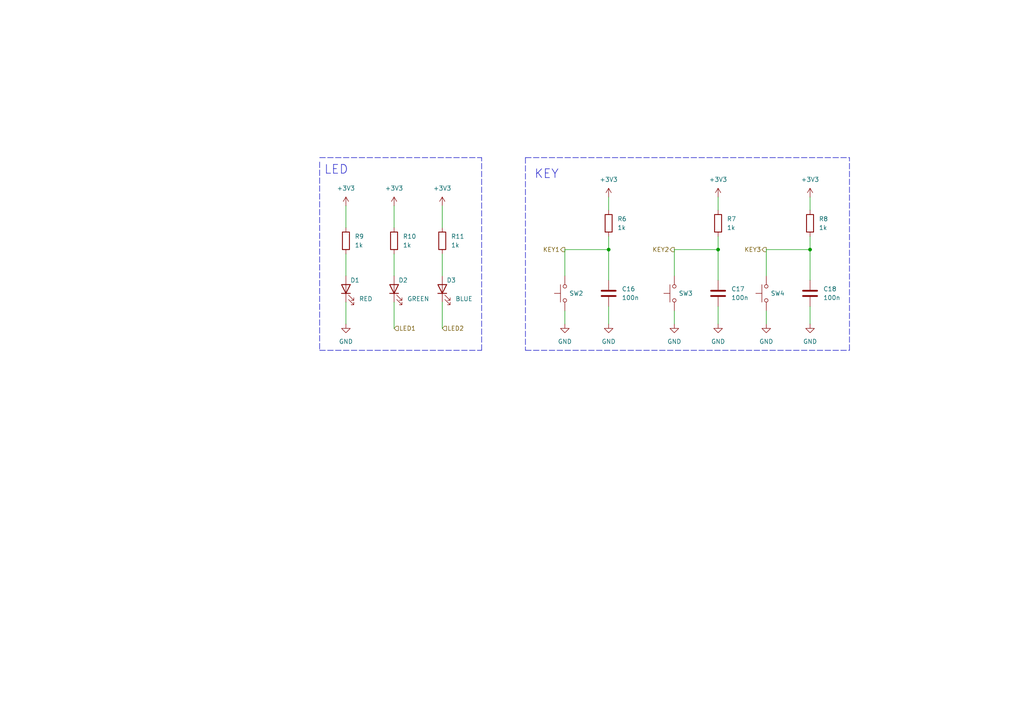
<source format=kicad_sch>
(kicad_sch (version 20211123) (generator eeschema)
  (paper "A4")
  (lib_symbols
    (symbol "Device:C" (pin_numbers hide) (pin_names (offset 0.254))
      (property "Reference" "C" (at 0.635 2.54 0))
      (property "Value" "C" (at 0.635 -2.54 0))
      (symbol "C_0_1"
        (polyline (pts (xy -2.032 -0.762) (xy 2.032 -0.762)) (stroke (width 0.508)))
        (polyline (pts (xy -2.032 0.762) (xy 2.032 0.762)) (stroke (width 0.508)))
      )
      (symbol "C_1_1"
        (pin passive line (at 0 3.81 270) (length 2.794) (name "~") (number "1"))
        (pin passive line (at 0 -3.81 90) (length 2.794) (name "~") (number "2"))
      )
    )
    (symbol "Device:LED" (pin_numbers hide) (pin_names (offset 1.016) hide)
      (property "Reference" "D" (at 0 2.54 0))
      (property "Value" "LED" (at 0 -2.54 0))
      (symbol "LED_0_1"
        (polyline (pts (xy -1.27 -1.27) (xy -1.27 1.27)) (stroke (width 0.254)))
        (polyline (pts (xy -1.27 0) (xy 1.27 0)))
        (polyline (pts (xy 1.27 -1.27) (xy 1.27 1.27) (xy -1.27 0) (xy 1.27 -1.27)) (stroke (width 0.254)))
        (polyline (pts (xy -3.048 -0.762) (xy -4.572 -2.286) (xy -3.81 -2.286) (xy -4.572 -2.286) (xy -4.572 -1.524)))
        (polyline (pts (xy -1.778 -0.762) (xy -3.302 -2.286) (xy -2.54 -2.286) (xy -3.302 -2.286) (xy -3.302 -1.524)))
      )
      (symbol "LED_1_1"
        (pin passive line (at -3.81 0 0) (length 2.54) (name "K") (number "1"))
        (pin passive line (at 3.81 0 180) (length 2.54) (name "A") (number "2"))
      )
    )
    (symbol "Device:R" (pin_numbers hide) (pin_names (offset 0))
      (property "Reference" "R" (at 2.032 0 90))
      (property "Value" "R" (at 0 0 90))
      (symbol "R_0_1"
        (rectangle (start -1.016 -2.54) (end 1.016 2.54) (stroke (width 0.254)))
      )
      (symbol "R_1_1"
        (pin passive line (at 0 3.81 270) (length 1.27) (name "~") (number "1"))
        (pin passive line (at 0 -3.81 90) (length 1.27) (name "~") (number "2"))
      )
    )
    (symbol "Switch:SW_Push" (pin_numbers hide) (pin_names (offset 1.016) hide)
      (property "Reference" "SW" (at 1.27 2.54 0))
      (property "Value" "SW_Push" (at 0 -1.524 0))
      (symbol "SW_Push_0_1"
        (circle (center -2.032 0) (radius 0.508))
        (polyline (pts (xy 0 1.27) (xy 0 3.048)))
        (polyline (pts (xy 2.54 1.27) (xy -2.54 1.27)))
        (circle (center 2.032 0) (radius 0.508))
        (pin passive line (at -5.08 0 0) (length 2.54) (name "1") (number "1"))
        (pin passive line (at 5.08 0 180) (length 2.54) (name "2") (number "2"))
      )
    )
    (symbol "power:+3V3" (power) (pin_names (offset 0))
      (property "Value" "+3V3" (at 0 3.556 0))
      (symbol "+3V3_0_1"
        (polyline (pts (xy -0.762 1.27) (xy 0 2.54)))
        (polyline (pts (xy 0 0) (xy 0 2.54)))
        (polyline (pts (xy 0 2.54) (xy 0.762 1.27)))
      )
      (symbol "+3V3_1_1"
        (pin power_in line (at 0 0 90) (length 0) hide (name "+3V3") (number "1"))
      )
    )
    (symbol "power:GND" (power) (pin_names (offset 0))
      (property "Value" "GND" (at 0 -3.81 0))
      (symbol "GND_0_1"
        (polyline (pts (xy 0 0) (xy 0 -1.27) (xy 1.27 -1.27) (xy 0 -2.54) (xy -1.27 -1.27) (xy 0 -1.27)))
      )
      (symbol "GND_1_1"
        (pin power_in line (at 0 0 270) (length 0) hide (name "GND") (number "1"))
      )
    )
  )
  (junction (at 176.53 72.39))
  (junction (at 208.28 72.39))
  (junction (at 234.95 72.39))
  (wire (pts (xy 208.28 68.58) (xy 208.28 72.39)))
  (wire (pts (xy 208.28 72.39) (xy 208.28 81.28)))
  (polyline (pts (xy 246.38 101.6) (xy 246.38 45.72)))
  (wire (pts (xy 222.25 90.17) (xy 222.25 93.98)))
  (polyline (pts (xy 152.4 45.72) (xy 246.38 45.72)))
  (polyline (pts (xy 139.7 101.6) (xy 139.7 45.72)))
  (wire (pts (xy 128.27 59.69) (xy 128.27 66.04)))
  (polyline (pts (xy 152.4 45.72) (xy 152.4 101.6)))
  (polyline (pts (xy 92.71 46.99) (xy 92.71 101.6)))
  (wire (pts (xy 128.27 73.66) (xy 128.27 80.01)))
  (wire (pts (xy 195.58 72.39) (xy 208.28 72.39)))
  (wire (pts (xy 195.58 72.39) (xy 195.58 80.01)))
  (wire (pts (xy 114.3 87.63) (xy 114.3 95.25)))
  (wire (pts (xy 114.3 73.66) (xy 114.3 80.01)))
  (wire (pts (xy 234.95 68.58) (xy 234.95 72.39)))
  (polyline (pts (xy 92.71 45.72) (xy 139.7 45.72)))
  (wire (pts (xy 222.25 72.39) (xy 222.25 80.01)))
  (wire (pts (xy 163.83 90.17) (xy 163.83 93.98)))
  (wire (pts (xy 234.95 57.15) (xy 234.95 60.96)))
  (wire (pts (xy 128.27 87.63) (xy 128.27 95.25)))
  (wire (pts (xy 176.53 68.58) (xy 176.53 72.39)))
  (wire (pts (xy 222.25 72.39) (xy 234.95 72.39)))
  (wire (pts (xy 195.58 90.17) (xy 195.58 93.98)))
  (wire (pts (xy 234.95 88.9) (xy 234.95 93.98)))
  (wire (pts (xy 114.3 59.69) (xy 114.3 66.04)))
  (wire (pts (xy 100.33 87.63) (xy 100.33 93.98)))
  (wire (pts (xy 163.83 80.01) (xy 163.83 72.39)))
  (wire (pts (xy 208.28 88.9) (xy 208.28 93.98)))
  (wire (pts (xy 176.53 72.39) (xy 176.53 81.28)))
  (wire (pts (xy 234.95 72.39) (xy 234.95 81.28)))
  (wire (pts (xy 208.28 57.15) (xy 208.28 60.96)))
  (wire (pts (xy 163.83 72.39) (xy 176.53 72.39)))
  (wire (pts (xy 176.53 57.15) (xy 176.53 60.96)))
  (polyline (pts (xy 92.71 101.6) (xy 139.7 101.6)))
  (wire (pts (xy 176.53 88.9) (xy 176.53 93.98)))
  (polyline (pts (xy 152.4 101.6) (xy 246.38 101.6)))
  (wire (pts (xy 100.33 73.66) (xy 100.33 80.01)))
  (wire (pts (xy 100.33 59.69) (xy 100.33 66.04)))
  (text "LED" (at 93.98 50.8 0) (effects (font (size 2.54 2.54)) (justify left bottom)))
  (text "KEY" (at 154.94 52.07 0) (effects (font (size 2.54 2.54)) (justify left bottom)))
  (hierarchical_label "LED1" (shape input) (at 114.3 95.25 0))
  (hierarchical_label "KEY3" (shape output) (at 222.25 72.39 180))
  (hierarchical_label "LED2" (shape input) (at 128.27 95.25 0))
  (hierarchical_label "KEY1" (shape output) (at 163.83 72.39 180))
  (hierarchical_label "KEY2" (shape output) (at 195.58 72.39 180))
  (symbol (lib_id "power:+3V3") (at 208.28 57.15 0) (unit 1)
    (property "Reference" "#PWR0148" (effects hide))
    (property "Value" "+3V3" (at 208.28 52.07 0))
  )
  (symbol (lib_id "power:GND") (at 176.53 93.98 0) (unit 1)
    (property "Reference" "#PWR0156" (effects hide))
    (property "Value" "GND" (at 176.53 99.06 0))
  )
  (symbol (lib_id "Device:C") (at 176.53 85.09 0) (unit 1)
    (property "Reference" "C16" (at 180.34 83.8199 0) (effects (justify left)))
    (property "Value" "100n" (at 180.34 86.3599 0) (effects (justify left)))
    (property "Footprint" "Capacitor_SMD:C_0603_1608Metric" (effects hide))
  )
  (symbol (lib_id "Device:R") (at 114.3 69.85 0) (unit 1)
    (property "Reference" "R10" (at 116.84 68.5799 0) (effects (justify left)))
    (property "Value" "1k" (at 116.84 71.1199 0) (effects (justify left)))
    (property "Footprint" "Resistor_SMD:R_0603_1608Metric" (effects hide))
  )
  (symbol (lib_id "Switch:SW_Push") (at 195.58 85.09 90) (unit 1)
    (property "Reference" "SW3" (at 196.85 85.0899 90) (effects (justify right)))
    (property "Value" "SW_Push" (effects hide))
    (property "Footprint" "Button_Switch_SMD:SW_Push_1P1T_NO_6x6mm_H9.5mm" (effects hide))
  )
  (symbol (lib_id "power:+3V3") (at 234.95 57.15 0) (unit 1)
    (property "Reference" "#PWR0147" (effects hide))
    (property "Value" "+3V3" (at 234.95 52.07 0))
  )
  (symbol (lib_id "Device:R") (at 234.95 64.77 0) (unit 1)
    (property "Reference" "R8" (at 237.49 63.4999 0) (effects (justify left)))
    (property "Value" "1k" (at 237.49 66.0399 0) (effects (justify left)))
    (property "Footprint" "Resistor_SMD:R_0603_1608Metric" (effects hide))
  )
  (symbol (lib_id "Device:C") (at 208.28 85.09 0) (unit 1)
    (property "Reference" "C17" (at 212.09 83.8199 0) (effects (justify left)))
    (property "Value" "100n" (at 212.09 86.3599 0) (effects (justify left)))
    (property "Footprint" "Capacitor_SMD:C_0603_1608Metric" (effects hide))
  )
  (symbol (lib_id "power:+3V3") (at 176.53 57.15 0) (unit 1)
    (property "Reference" "#PWR0158" (effects hide))
    (property "Value" "+3V3" (at 176.53 52.07 0))
  )
  (symbol (lib_id "power:GND") (at 100.33 93.98 0) (unit 1)
    (property "Reference" "#PWR0151" (effects hide))
    (property "Value" "GND" (at 100.33 99.06 0))
  )
  (symbol (lib_id "power:GND") (at 195.58 93.98 0) (unit 1)
    (property "Reference" "#PWR0155" (effects hide))
    (property "Value" "GND" (at 195.58 99.06 0))
  )
  (symbol (lib_id "power:GND") (at 208.28 93.98 0) (unit 1)
    (property "Reference" "#PWR0149" (effects hide))
    (property "Value" "GND" (at 208.28 99.06 0))
  )
  (symbol (lib_id "power:GND") (at 222.25 93.98 0) (unit 1)
    (property "Reference" "#PWR0150" (effects hide))
    (property "Value" "GND" (at 222.25 99.06 0))
  )
  (symbol (lib_id "Device:LED") (at 128.27 83.82 90) (unit 1)
    (property "Reference" "D3" (at 129.54 81.28 90) (effects (justify right)))
    (property "Value" "BLUE" (at 132.08 86.6774 90) (effects (justify right)))
    (property "Footprint" "LED_SMD:LED_0603_1608Metric" (effects hide))
  )
  (symbol (lib_id "Device:R") (at 208.28 64.77 0) (unit 1)
    (property "Reference" "R7" (at 210.82 63.4999 0) (effects (justify left)))
    (property "Value" "1k" (at 210.82 66.0399 0) (effects (justify left)))
    (property "Footprint" "Resistor_SMD:R_0603_1608Metric" (effects hide))
  )
  (symbol (lib_id "Device:R") (at 100.33 69.85 0) (unit 1)
    (property "Reference" "R9" (at 102.87 68.5799 0) (effects (justify left)))
    (property "Value" "1k" (at 102.87 71.1199 0) (effects (justify left)))
    (property "Footprint" "Resistor_SMD:R_0603_1608Metric" (effects hide))
  )
  (symbol (lib_id "power:+3V3") (at 128.27 59.69 0) (unit 1)
    (property "Reference" "#PWR0154" (effects hide))
    (property "Value" "+3V3" (at 128.27 54.61 0))
  )
  (symbol (lib_id "Device:C") (at 234.95 85.09 0) (unit 1)
    (property "Reference" "C18" (at 238.76 83.8199 0) (effects (justify left)))
    (property "Value" "100n" (at 238.76 86.3599 0) (effects (justify left)))
    (property "Footprint" "Capacitor_SMD:C_0603_1608Metric" (effects hide))
  )
  (symbol (lib_id "Switch:SW_Push") (at 163.83 85.09 90) (unit 1)
    (property "Reference" "SW2" (at 165.1 85.0899 90) (effects (justify right)))
    (property "Value" "SW_Push" (effects hide))
    (property "Footprint" "Button_Switch_SMD:SW_Push_1P1T_NO_6x6mm_H9.5mm" (effects hide))
  )
  (symbol (lib_id "Device:R") (at 176.53 64.77 0) (unit 1)
    (property "Reference" "R6" (at 179.07 63.4999 0) (effects (justify left)))
    (property "Value" "1k" (at 179.07 66.0399 0) (effects (justify left)))
    (property "Footprint" "Resistor_SMD:R_0603_1608Metric" (effects hide))
  )
  (symbol (lib_id "Device:LED") (at 114.3 83.82 90) (unit 1)
    (property "Reference" "D2" (at 115.57 81.28 90) (effects (justify right)))
    (property "Value" "GREEN" (at 118.11 86.6774 90) (effects (justify right)))
    (property "Footprint" "LED_SMD:LED_0603_1608Metric" (effects hide))
  )
  (symbol (lib_id "power:+3V3") (at 114.3 59.69 0) (unit 1)
    (property "Reference" "#PWR0152" (effects hide))
    (property "Value" "+3V3" (at 114.3 54.61 0))
  )
  (symbol (lib_id "power:+3V3") (at 100.33 59.69 0) (unit 1)
    (property "Reference" "#PWR0153" (effects hide))
    (property "Value" "+3V3" (at 100.33 54.61 0))
  )
  (symbol (lib_id "Device:LED") (at 100.33 83.82 90) (unit 1)
    (property "Reference" "D1" (at 101.6 81.28 90) (effects (justify right)))
    (property "Value" "RED" (at 104.14 86.6774 90) (effects (justify right)))
    (property "Footprint" "LED_SMD:LED_0603_1608Metric" (effects hide))
  )
  (symbol (lib_id "power:GND") (at 234.95 93.98 0) (unit 1)
    (property "Reference" "#PWR0146" (effects hide))
    (property "Value" "GND" (at 234.95 99.06 0))
  )
  (symbol (lib_id "Switch:SW_Push") (at 222.25 85.09 90) (unit 1)
    (property "Reference" "SW4" (at 223.52 85.0899 90) (effects (justify right)))
    (property "Value" "SW_Push" (effects hide))
    (property "Footprint" "Button_Switch_SMD:SW_Push_1P1T_NO_6x6mm_H9.5mm" (effects hide))
  )
  (symbol (lib_id "Device:R") (at 128.27 69.85 0) (unit 1)
    (property "Reference" "R11" (at 130.81 68.5799 0) (effects (justify left)))
    (property "Value" "1k" (at 130.81 71.1199 0) (effects (justify left)))
    (property "Footprint" "Resistor_SMD:R_0603_1608Metric" (effects hide))
  )
  (symbol (lib_id "power:GND") (at 163.83 93.98 0) (unit 1)
    (property "Reference" "#PWR0157" (effects hide))
    (property "Value" "GND" (at 163.83 99.06 0))
  )
)
</source>
